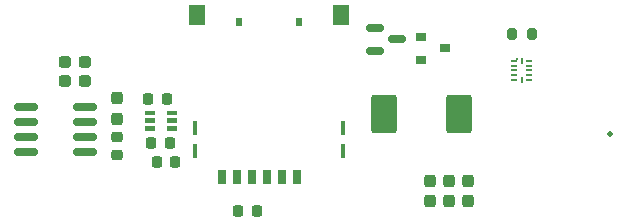
<source format=gbr>
%TF.GenerationSoftware,KiCad,Pcbnew,8.0.5*%
%TF.CreationDate,2025-03-27T16:47:35+00:00*%
%TF.ProjectId,BG95V4_4902-30029-07,42473935-5634-45f3-9439-30322d333030,rev?*%
%TF.SameCoordinates,Original*%
%TF.FileFunction,Paste,Top*%
%TF.FilePolarity,Positive*%
%FSLAX46Y46*%
G04 Gerber Fmt 4.6, Leading zero omitted, Abs format (unit mm)*
G04 Created by KiCad (PCBNEW 8.0.5) date 2025-03-27 16:47:35*
%MOMM*%
%LPD*%
G01*
G04 APERTURE LIST*
G04 Aperture macros list*
%AMRoundRect*
0 Rectangle with rounded corners*
0 $1 Rounding radius*
0 $2 $3 $4 $5 $6 $7 $8 $9 X,Y pos of 4 corners*
0 Add a 4 corners polygon primitive as box body*
4,1,4,$2,$3,$4,$5,$6,$7,$8,$9,$2,$3,0*
0 Add four circle primitives for the rounded corners*
1,1,$1+$1,$2,$3*
1,1,$1+$1,$4,$5*
1,1,$1+$1,$6,$7*
1,1,$1+$1,$8,$9*
0 Add four rect primitives between the rounded corners*
20,1,$1+$1,$2,$3,$4,$5,0*
20,1,$1+$1,$4,$5,$6,$7,0*
20,1,$1+$1,$6,$7,$8,$9,0*
20,1,$1+$1,$8,$9,$2,$3,0*%
G04 Aperture macros list end*
%ADD10C,0.010000*%
%ADD11RoundRect,0.218750X0.218750X0.256250X-0.218750X0.256250X-0.218750X-0.256250X0.218750X-0.256250X0*%
%ADD12RoundRect,0.218750X-0.256250X0.218750X-0.256250X-0.218750X0.256250X-0.218750X0.256250X0.218750X0*%
%ADD13RoundRect,0.250001X-0.837499X-1.399999X0.837499X-1.399999X0.837499X1.399999X-0.837499X1.399999X0*%
%ADD14RoundRect,0.237500X0.237500X-0.287500X0.237500X0.287500X-0.237500X0.287500X-0.237500X-0.287500X0*%
%ADD15RoundRect,0.237500X0.287500X0.237500X-0.287500X0.237500X-0.287500X-0.237500X0.287500X-0.237500X0*%
%ADD16RoundRect,0.237500X-0.237500X0.287500X-0.237500X-0.287500X0.237500X-0.287500X0.237500X0.287500X0*%
%ADD17RoundRect,0.150000X-0.825000X-0.150000X0.825000X-0.150000X0.825000X0.150000X-0.825000X0.150000X0*%
%ADD18R,0.900000X0.800000*%
%ADD19R,0.650000X1.150000*%
%ADD20R,0.450000X1.300000*%
%ADD21R,1.400000X1.700000*%
%ADD22R,0.540000X0.800000*%
%ADD23R,0.600000X0.200000*%
%ADD24R,0.150000X0.250000*%
%ADD25R,0.200000X0.600000*%
%ADD26RoundRect,0.200000X-0.200000X-0.275000X0.200000X-0.275000X0.200000X0.275000X-0.200000X0.275000X0*%
%ADD27C,0.500000*%
%ADD28RoundRect,0.150000X-0.587500X-0.150000X0.587500X-0.150000X0.587500X0.150000X-0.587500X0.150000X0*%
G04 APERTURE END LIST*
D10*
%TO.C,D1*%
X29935000Y8900000D02*
X29184080Y8900000D01*
X29184080Y9200555D01*
X29935000Y9200555D01*
X29935000Y8900000D01*
G36*
X29935000Y8900000D02*
G01*
X29184080Y8900000D01*
X29184080Y9200555D01*
X29935000Y9200555D01*
X29935000Y8900000D01*
G37*
X29935000Y8250000D02*
X29183750Y8250000D01*
X29183750Y8550142D01*
X29935000Y8550142D01*
X29935000Y8250000D01*
G36*
X29935000Y8250000D02*
G01*
X29183750Y8250000D01*
X29183750Y8550142D01*
X29935000Y8550142D01*
X29935000Y8250000D01*
G37*
X29935000Y7600000D02*
X29183910Y7600000D01*
X29183910Y7899587D01*
X29935000Y7899587D01*
X29935000Y7600000D01*
G36*
X29935000Y7600000D02*
G01*
X29183910Y7600000D01*
X29183910Y7899587D01*
X29935000Y7899587D01*
X29935000Y7600000D01*
G37*
X31835000Y8900000D02*
X31086111Y8900000D01*
X31086111Y9201546D01*
X31835000Y9201546D01*
X31835000Y8900000D01*
G36*
X31835000Y8900000D02*
G01*
X31086111Y8900000D01*
X31086111Y9201546D01*
X31835000Y9201546D01*
X31835000Y8900000D01*
G37*
X31835000Y8250000D02*
X31085076Y8250000D01*
X31085076Y8550020D01*
X31835000Y8550020D01*
X31835000Y8250000D01*
G36*
X31835000Y8250000D02*
G01*
X31085076Y8250000D01*
X31085076Y8550020D01*
X31835000Y8550020D01*
X31835000Y8250000D01*
G37*
X31835000Y7600000D02*
X31085043Y7600000D01*
X31085043Y7899963D01*
X31835000Y7899963D01*
X31835000Y7600000D01*
G36*
X31835000Y7600000D02*
G01*
X31085043Y7600000D01*
X31085043Y7899963D01*
X31835000Y7899963D01*
X31835000Y7600000D01*
G37*
%TD*%
D11*
%TO.C,C1*%
X31297500Y6500000D03*
X29722500Y6500000D03*
%TD*%
%TO.C,C2*%
X31047500Y10190000D03*
X29472500Y10190000D03*
%TD*%
%TO.C,C3*%
X31750100Y4860000D03*
X30175100Y4860000D03*
%TD*%
D12*
%TO.C,C4*%
X26797000Y7010500D03*
X26797000Y5435500D03*
%TD*%
D13*
%TO.C,C6*%
X49390500Y8890000D03*
X55765500Y8890000D03*
%TD*%
D14*
%TO.C,C7*%
X53300000Y1525000D03*
X53300000Y3275000D03*
%TD*%
D15*
%TO.C,C8*%
X24141400Y11734800D03*
X22391400Y11734800D03*
%TD*%
D14*
%TO.C,C9*%
X54900000Y1525000D03*
X54900000Y3275000D03*
%TD*%
D15*
%TO.C,C10*%
X24141400Y13309600D03*
X22391400Y13309600D03*
%TD*%
D14*
%TO.C,C11*%
X56500000Y1525000D03*
X56500000Y3275000D03*
%TD*%
D16*
%TO.C,C12*%
X26797000Y10287000D03*
X26797000Y8537000D03*
%TD*%
D17*
%TO.C,Q2*%
X19150000Y9555000D03*
X19150000Y8285000D03*
X19150000Y7015000D03*
X19150000Y5745000D03*
X24100000Y5745000D03*
X24100000Y7015000D03*
X24100000Y8285000D03*
X24100000Y9555000D03*
%TD*%
D18*
%TO.C,Q8*%
X52594000Y15428000D03*
X52594000Y13528000D03*
X54594000Y14478000D03*
%TD*%
D11*
%TO.C,R1*%
X38658900Y711200D03*
X37083900Y711200D03*
%TD*%
D19*
%TO.C,J11*%
X36945000Y3605000D03*
X39485000Y3605000D03*
X42025000Y3605000D03*
X35675000Y3605000D03*
X38215000Y3605000D03*
X40755000Y3605000D03*
D20*
X33430000Y5775000D03*
X33430000Y7775000D03*
X45970000Y5775000D03*
X45970000Y7775000D03*
D21*
X45805000Y17335000D03*
X33595000Y17335000D03*
D22*
X37160000Y16755000D03*
X42240000Y16755000D03*
%TD*%
D23*
%TO.C,U2*%
X60425000Y13425000D03*
D24*
X60650000Y13600000D03*
D23*
X60425000Y13025000D03*
X60425000Y12625000D03*
X60425000Y12225000D03*
X60425000Y11825000D03*
D25*
X61075000Y11825000D03*
D23*
X61725000Y11825000D03*
X61725000Y12225000D03*
X61725000Y12625000D03*
X61725000Y13025000D03*
X61725000Y13425000D03*
D25*
X61075000Y13425000D03*
%TD*%
D26*
%TO.C,R3*%
X60300000Y15725000D03*
X61950000Y15725000D03*
%TD*%
D27*
%TO.C,TP1*%
X68520000Y7210000D03*
%TD*%
D28*
%TO.C,Q3*%
X48671000Y16190000D03*
X48671000Y14290000D03*
X50546000Y15240000D03*
%TD*%
M02*

</source>
